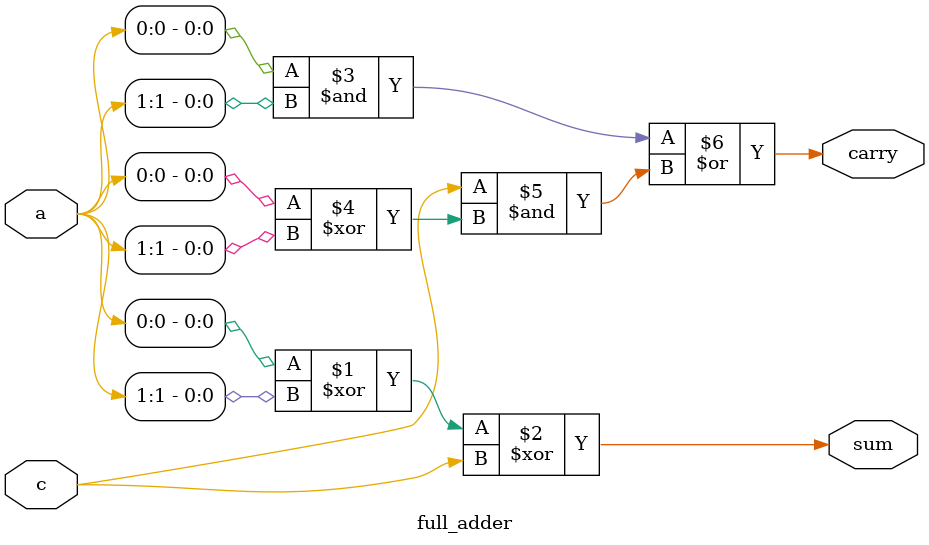
<source format=v>
`timescale 1ns / 1ps


module full_adder(a,c,sum,carry);
    
   input [1:0]a;
   input c;
   output sum, carry;
   wire x,y,z;
   
   /* gate leval
   xor a1 (x,a[0],a[1]);
   xor a2 (sum,x,c);
   and a3 (y,x,c);
   and a4 (z,a[0],a[1]);
    or a5 (carry,y,z);
   */
   //data flow level 
   assign sum =  a[0]^ a[1] ^ c;
   assign carry = a[0]&a[1] | c & (a[0]^a[1]);
   
endmodule

</source>
